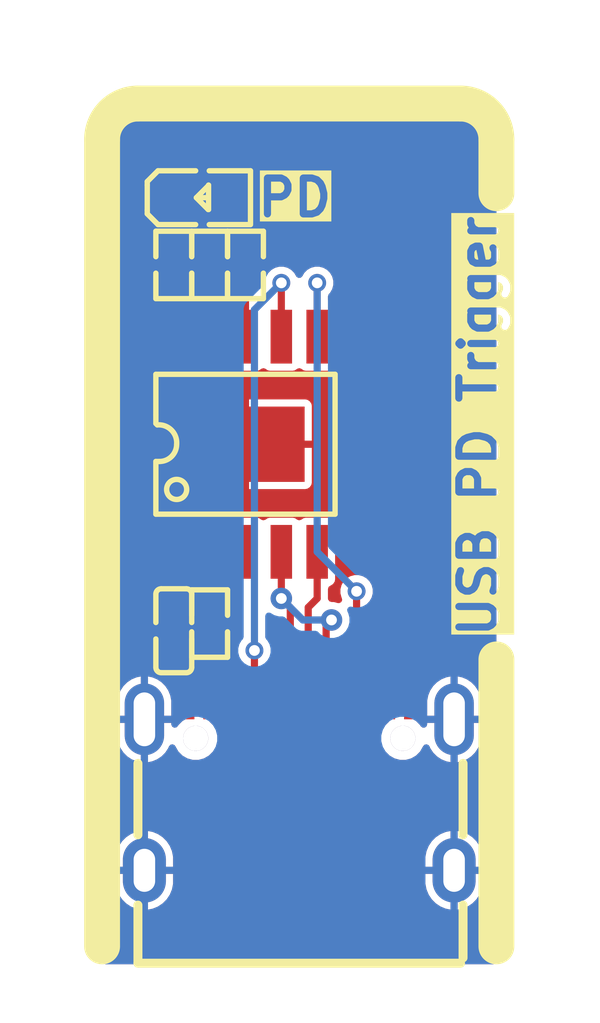
<source format=kicad_pcb>
(kicad_pcb (version 20241229) (generator "pcbnew") (generator_version "9.0")
  (layers (0 "F.Cu" signal) (2 "B.Cu" signal) (13 "F.Paste" user) (15 "B.Paste" user) (5 "F.SilkS" user "F.Silkscreen") (7 "B.SilkS" user "B.Silkscreen") (1 "F.Mask" user) (3 "B.Mask" user) (25 "Edge.Cuts" user))
  (net 0 "")
  (net 1 "DN2")
  (net 2 "SBU1")
  (net 3 "SBU2")
  (net 4 "pd_trigger.controller-line")
  (net 5 "DP2")
  (net 6 "pd_trigger.controller-line-1")
  (net 7 "line-1")
  (net 8 "line")
  (net 9 "pd_trigger-line")
  (net 10 "hv")
  (net 11 "pd_trigger-line-1")
  (net 12 "anode")
  (net 13 "pd_trigger-gnd")
  (net 14 "cathode")
  (net 15 "gnd")
  (footprint "atopile:R0402-56259e" (layer "F.Cu") (at -3.5 -14.5 -90)
    (property "Reference" "R1" (hide yes))
    (property "Value" "10kΩ ±1% 62.5mW")
    (fp_line (start -0.94 0.5) (end -0.94 -0.5) (stroke (width 0.15)) (layer "F.SilkS"))
    (fp_line (start -0.23 0.5) (end -0.94 0.5) (stroke (width 0.15)) (layer "F.SilkS"))
    (fp_line (start 0.23 0.5) (end 0.94 0.5) (stroke (width 0.15)) (layer "F.SilkS"))
    (fp_line (start 0.94 0.5) (end 0.94 -0.5) (stroke (width 0.15)) (layer "F.SilkS"))
    (fp_line (start -0.94 -0.5) (end -0.23 -0.5) (stroke (width 0.15)) (layer "F.SilkS"))
    (fp_line (start 0.94 -0.5) (end 0.23 -0.5) (stroke (width 0.15)) (layer "F.SilkS"))
    (pad "1" smd rect (at -0.43 0 270) (size 0.57 0.54) (layers "F.Cu" "F.Mask" "F.Paste") (net 14 "cathode"))
    (pad "2" smd rect (at 0.43 0 270) (size 0.57 0.54) (layers "F.Cu" "F.Mask" "F.Paste") (net 13 "pd_trigger-gnd"))
  )
  (footprint "atopile:R0402-56259e" (layer "F.Cu") (at -2.5 -14.5 90)
    (property "Reference" "R4" (hide yes))
    (property "Value" "10kΩ ±1% 62.5mW")
    (fp_line (start 0.94 -0.5) (end 0.23 -0.5) (stroke (width 0.15)) (layer "F.SilkS"))
    (fp_line (start -0.94 -0.5) (end -0.23 -0.5) (stroke (width 0.15)) (layer "F.SilkS"))
    (fp_line (start 0.94 0.5) (end 0.94 -0.5) (stroke (width 0.15)) (layer "F.SilkS"))
    (fp_line (start 0.23 0.5) (end 0.94 0.5) (stroke (width 0.15)) (layer "F.SilkS"))
    (fp_line (start -0.23 0.5) (end -0.94 0.5) (stroke (width 0.15)) (layer "F.SilkS"))
    (fp_line (start -0.94 0.5) (end -0.94 -0.5) (stroke (width 0.15)) (layer "F.SilkS"))
    (pad "1" smd rect (at -0.43 0 90) (size 0.57 0.54) (layers "F.Cu" "F.Mask" "F.Paste") (net 11 "pd_trigger-line-1"))
    (pad "2" smd rect (at 0.43 0 90) (size 0.57 0.54) (layers "F.Cu" "F.Mask" "F.Paste") (net 15 "gnd"))
  )
  (footprint "atopile:R0402-56259e" (layer "F.Cu") (at -2.5 -4.5 90)
    (property "Reference" "R3" (hide yes))
    (property "Value" "1kΩ ±1% 62.5mW")
    (fp_line (start 0.94 -0.5) (end 0.23 -0.5) (stroke (width 0.15)) (layer "F.SilkS"))
    (fp_line (start -0.94 -0.5) (end -0.23 -0.5) (stroke (width 0.15)) (layer "F.SilkS"))
    (fp_line (start 0.94 0.5) (end 0.94 -0.5) (stroke (width 0.15)) (layer "F.SilkS"))
    (fp_line (start 0.23 0.5) (end 0.94 0.5) (stroke (width 0.15)) (layer "F.SilkS"))
    (fp_line (start -0.23 0.5) (end -0.94 0.5) (stroke (width 0.15)) (layer "F.SilkS"))
    (fp_line (start -0.94 0.5) (end -0.94 -0.5) (stroke (width 0.15)) (layer "F.SilkS"))
    (pad "1" smd rect (at -0.43 0 90) (size 0.57 0.54) (layers "F.Cu" "F.Mask" "F.Paste") (net 12 "anode"))
    (pad "2" smd rect (at 0.43 0 90) (size 0.57 0.54) (layers "F.Cu" "F.Mask" "F.Paste") (net 10 "hv"))
  )
  (footprint "lib:LED0603-RD" (layer "F.Cu") (at -2.75 -16.375 0)
    (property "Reference" "U2" (hide yes))
    (property "Value" "")
    (fp_line (start -1.49 -0.45) (end -1.19 -0.75) (stroke (width 0.15)) (layer "F.SilkS"))
    (fp_line (start -1.49 -0.35) (end -1.49 -0.45) (stroke (width 0.15)) (layer "F.SilkS"))
    (fp_line (start -1.49 -0.35) (end -1.49 0.35) (stroke (width 0.15)) (layer "F.SilkS"))
    (fp_line (start -1.49 0.35) (end -1.49 0.45) (stroke (width 0.15)) (layer "F.SilkS"))
    (fp_line (start -1.49 0.45) (end -1.19 0.75) (stroke (width 0.15)) (layer "F.SilkS"))
    (fp_line (start -0.14 -0.75) (end -1.19 -0.75) (stroke (width 0.15)) (layer "F.SilkS"))
    (fp_line (start -0.14 0.75) (end -1.19 0.75) (stroke (width 0.15)) (layer "F.SilkS"))
    (fp_line (start 0.21 0.33) (end -0.12 0) (stroke (width 0.15)) (layer "F.SilkS"))
    (fp_line (start 0.22 -0.35) (end 0.22 -0.34) (stroke (width 0.15)) (layer "F.SilkS"))
    (fp_line (start 0.22 -0.35) (end 0.22 0.33) (stroke (width 0.15)) (layer "F.SilkS"))
    (fp_line (start 0.22 -0.34) (end -0.12 0) (stroke (width 0.15)) (layer "F.SilkS"))
    (fp_line (start 0.22 0) (end -0.12 0) (stroke (width 0.15)) (layer "F.SilkS"))
    (fp_line (start 0.22 0.33) (end 0.21 0.33) (stroke (width 0.15)) (layer "F.SilkS"))
    (fp_line (start 0.24 -0.75) (end 1.39 -0.75) (stroke (width 0.15)) (layer "F.SilkS"))
    (fp_line (start 0.24 0.75) (end 1.39 0.75) (stroke (width 0.15)) (layer "F.SilkS"))
    (fp_line (start 1.39 -0.75) (end 1.39 0.73) (stroke (width 0.15)) (layer "F.SilkS"))
    (pad "1" smd rect (at -0.8 0 90) (size 0.8 0.8) (layers "F.Cu" "F.Mask" "F.Paste") (net 14 "cathode"))
    (pad "2" smd rect (at 0.8 0 90) (size 0.8 0.8) (layers "F.Cu" "F.Mask" "F.Paste") (net 12 "anode"))
  )
  (footprint "atopile:C0402-b3ef17" (layer "F.Cu") (at -3.5 -4.3 -90)
    (property "Reference" "C1" (hide yes))
    (property "Value" "1µF ±10% 25V X5R")
    (fp_line (start -0.23 0.5) (end -1.02 0.5) (stroke (width 0.15)) (layer "F.SilkS"))
    (fp_line (start 0.23 0.5) (end 1.02 0.5) (stroke (width 0.15)) (layer "F.SilkS"))
    (fp_line (start -1.17 0.35) (end -1.17 -0.35) (stroke (width 0.15)) (layer "F.SilkS"))
    (fp_line (start 1.17 0.35) (end 1.17 -0.35) (stroke (width 0.15)) (layer "F.SilkS"))
    (fp_line (start -1.02 -0.5) (end -0.23 -0.5) (stroke (width 0.15)) (layer "F.SilkS"))
    (fp_line (start 1.02 -0.5) (end 0.23 -0.5) (stroke (width 0.15)) (layer "F.SilkS"))
    (fp_arc (start -1.02 0.5) (mid -1.126066 0.456066) (end -1.17 0.35) (stroke (width 0.15)) (layer "F.SilkS"))
    (fp_arc (start 1.17 0.35) (mid 1.126066 0.456066) (end 1.02 0.5) (stroke (width 0.15)) (layer "F.SilkS"))
    (fp_arc (start -1.17 -0.35) (mid -1.126066 -0.456066) (end -1.02 -0.5) (stroke (width 0.15)) (layer "F.SilkS"))
    (fp_arc (start 1.02 -0.5) (mid 1.126066 -0.456066) (end 1.17 -0.35) (stroke (width 0.15)) (layer "F.SilkS"))
    (pad "1" smd rect (at -0.55 0 270) (size 0.79 0.54) (layers "F.Cu" "F.Mask" "F.Paste") (net 10 "hv"))
    (pad "2" smd rect (at 0.55 0 270) (size 0.79 0.54) (layers "F.Cu" "F.Mask" "F.Paste") (net 15 "gnd"))
  )
  (footprint "atopile:USB-C-SMD_TYPE-C-6PIN-2MD-073-1d78f0" (layer "F.Cu") (at 0 0 0)
    (property "Reference" "USB1" (hide yes))
    (property "Value" "")
    (fp_line (start -4.5 1.39) (end -4.5 -0.6) (stroke (width 0.25)) (layer "F.SilkS"))
    (fp_line (start -4.5 4.97) (end -4.5 3.35) (stroke (width 0.25)) (layer "F.SilkS"))
    (fp_line (start 4.5 4.97) (end -4.5 4.97) (stroke (width 0.25)) (layer "F.SilkS"))
    (fp_line (start 4.57 1.39) (end 4.57 -0.6) (stroke (width 0.25)) (layer "F.SilkS"))
    (fp_line (start 4.57 4.82) (end 4.57 3.35) (stroke (width 0.25)) (layer "F.SilkS"))
    (pad "" thru_hole circle (at -2.89 -1.3 0) (size 0.7 0.7) (drill 0.7) (layers "*.Cu" "*.Mask"))
    (pad "" thru_hole circle (at 2.89 -1.3 0) (size 0.7 0.7) (drill 0.7) (layers "*.Cu" "*.Mask"))
    (pad "1" smd rect (at -3.2 -2.38 0) (size 0.55 1.1) (layers "F.Cu" "F.Mask" "F.Paste") (net 15 "gnd"))
    (pad "2" smd rect (at -2.4 -2.38 0) (size 0.55 1.1) (layers "F.Cu" "F.Mask" "F.Paste") (net 12 "anode"))
    (pad "3" smd rect (at -1.75 -2.38 0) (size 0.3 1.1) (layers "F.Cu" "F.Mask" "F.Paste") (net 3 "SBU2"))
    (pad "4" smd rect (at -1.25 -2.38 0) (size 0.3 1.1) (layers "F.Cu" "F.Mask" "F.Paste") (net 7 "line-1"))
    (pad "5" smd rect (at -0.75 -2.38 0) (size 0.3 1.1) (layers "F.Cu" "F.Mask" "F.Paste") (net 1 "DN2"))
    (pad "6" smd rect (at -0.25 -2.38 0) (size 0.3 1.1) (layers "F.Cu" "F.Mask" "F.Paste") (net 5 "DP2"))
    (pad "7" smd rect (at 0.25 -2.38 0) (size 0.3 1.1) (layers "F.Cu" "F.Mask" "F.Paste") (net 1 "DN2"))
    (pad "8" smd rect (at 0.75 -2.38 0) (size 0.3 1.1) (layers "F.Cu" "F.Mask" "F.Paste") (net 5 "DP2"))
    (pad "9" smd rect (at 1.25 -2.38 0) (size 0.3 1.1) (layers "F.Cu" "F.Mask" "F.Paste") (net 2 "SBU1"))
    (pad "10" smd rect (at 1.75 -2.38 0) (size 0.3 1.1) (layers "F.Cu" "F.Mask" "F.Paste") (net 8 "line"))
    (pad "11" smd rect (at 2.4 -2.38 0) (size 0.55 1.1) (layers "F.Cu" "F.Mask" "F.Paste") (net 12 "anode"))
    (pad "12" smd rect (at 3.2 -2.38 0) (size 0.55 1.1) (layers "F.Cu" "F.Mask" "F.Paste") (net 15 "gnd"))
    (pad "13" thru_hole oval (at -4.32 -1.83 0) (size 1.1 2) (drill oval 0.599999 1.499997) (layers "*.Cu" "*.Mask") (net 15 "gnd"))
    (pad "13" thru_hole oval (at -4.32 2.38 0) (size 1.2 1.8) (drill oval 0.599999 1.199998) (layers "*.Cu" "*.Mask") (net 15 "gnd"))
    (pad "14" thru_hole oval (at 4.32 -1.83 0) (size 1.1 2) (drill oval 0.599999 1.500022) (layers "*.Cu" "*.Mask") (net 15 "gnd"))
    (pad "14" thru_hole oval (at 4.32 2.38 0) (size 1.2 1.8) (drill oval 0.599999 1.199998) (layers "*.Cu" "*.Mask") (net 15 "gnd"))
  )
  (footprint "atopile:ESSOP-10_L4.9-W3.9-P1.0-LS6.0-TL-EP-20a8ca" (layer "F.Cu") (at -1.5 -9.5 0)
    (property "Reference" "U1" (hide yes))
    (property "Value" "")
    (fp_line (start -2.5 -1.95) (end 2.5 -1.95) (stroke (width 0.15)) (layer "F.SilkS"))
    (fp_line (start -2.5 -0.82) (end -2.5 -1.95) (stroke (width 0.15)) (layer "F.SilkS"))
    (fp_line (start -2.5 -0.58) (end -2.5 -0.82) (stroke (width 0.15)) (layer "F.SilkS"))
    (fp_line (start -2.5 0.48) (end -2.4 0.48) (stroke (width 0.15)) (layer "F.SilkS"))
    (fp_line (start -2.5 1.95) (end -2.5 0.48) (stroke (width 0.15)) (layer "F.SilkS"))
    (fp_line (start -2.5 1.95) (end 2.5 1.95) (stroke (width 0.15)) (layer "F.SilkS"))
    (fp_line (start -2.46 -0.54) (end -2.5 -0.58) (stroke (width 0.15)) (layer "F.SilkS"))
    (fp_line (start 2.5 1.95) (end 2.5 -1.95) (stroke (width 0.15)) (layer "F.SilkS"))
    (fp_arc (start -2.46 -0.54) (mid -2.063982 -0.393343) (end -1.920316 0.00377) (stroke (width 0.15)) (layer "F.SilkS"))
    (fp_arc (start -1.92 0) (mid -2.060589 0.339411) (end -2.4 0.48) (stroke (width 0.15)) (layer "F.SilkS"))
    (fp_circle (center -1.92 1.26) (end -1.64 1.26) (stroke (width 0.15)) (fill no) (layer "F.SilkS"))
    (pad "1" smd rect (at -2 3 90) (size 1.5 0.6) (layers "F.Cu" "F.Mask" "F.Paste") (net 10 "hv"))
    (pad "2" smd rect (at -1 3 90) (size 1.5 0.6) (layers "F.Cu" "F.Mask" "F.Paste") (net 6 "pd_trigger.controller-line-1"))
    (pad "3" smd rect (at 0 3 90) (size 1.5 0.6) (layers "F.Cu" "F.Mask" "F.Paste") (net 4 "pd_trigger.controller-line"))
    (pad "4" smd rect (at 1 3 90) (size 1.5 0.6) (layers "F.Cu" "F.Mask" "F.Paste") (net 5 "DP2"))
    (pad "5" smd rect (at 2 3 90) (size 1.5 0.6) (layers "F.Cu" "F.Mask" "F.Paste") (net 1 "DN2"))
    (pad "6" smd rect (at 2 -3 90) (size 1.5 0.6) (layers "F.Cu" "F.Mask" "F.Paste") (net 8 "line"))
    (pad "7" smd rect (at 1 -3 90) (size 1.5 0.6) (layers "F.Cu" "F.Mask" "F.Paste") (net 7 "line-1"))
    (pad "8" smd rect (at 0 -3 90) (size 1.5 0.6) (layers "F.Cu" "F.Mask" "F.Paste") (net 9 "pd_trigger-line"))
    (pad "9" smd rect (at -1 -3 90) (size 1.5 0.6) (layers "F.Cu" "F.Mask" "F.Paste") (net 11 "pd_trigger-line-1"))
    (pad "10" smd rect (at -2 -3 90) (size 1.5 0.6) (layers "F.Cu" "F.Mask" "F.Paste") (net 13 "pd_trigger-gnd"))
    (pad "11" smd rect (at 0 0 180) (size 3.3 2.1) (layers "F.Cu" "F.Mask" "F.Paste") (net 15 "gnd"))
  )
  (footprint "atopile:R0402-56259e" (layer "F.Cu") (at -1.5 -14.5 -90)
    (property "Reference" "R2" (hide yes))
    (property "Value" "10kΩ ±1% 62.5mW")
    (fp_line (start -0.94 0.5) (end -0.94 -0.5) (stroke (width 0.15)) (layer "F.SilkS"))
    (fp_line (start -0.23 0.5) (end -0.94 0.5) (stroke (width 0.15)) (layer "F.SilkS"))
    (fp_line (start 0.23 0.5) (end 0.94 0.5) (stroke (width 0.15)) (layer "F.SilkS"))
    (fp_line (start 0.94 0.5) (end 0.94 -0.5) (stroke (width 0.15)) (layer "F.SilkS"))
    (fp_line (start -0.94 -0.5) (end -0.23 -0.5) (stroke (width 0.15)) (layer "F.SilkS"))
    (fp_line (start 0.94 -0.5) (end 0.23 -0.5) (stroke (width 0.15)) (layer "F.SilkS"))
    (pad "1" smd rect (at -0.43 0 270) (size 0.57 0.54) (layers "F.Cu" "F.Mask" "F.Paste") (net 12 "anode"))
    (pad "2" smd rect (at 0.43 0 270) (size 0.57 0.54) (layers "F.Cu" "F.Mask" "F.Paste") (net 9 "pd_trigger-line"))
  )
  (via (at -0.5 -5.2) (size 0.6) (drill 0.3) (layers "F.Cu" "B.Cu") (net 5))
  (via (at 0.9 -4.6) (size 0.6) (drill 0.3) (layers "F.Cu" "B.Cu") (net 5))
  (via (at -1.25 -3.75) (size 0.5) (drill 0.3) (layers "F.Cu" "B.Cu") (net 7))
  (via (at -0.5 -14) (size 0.5) (drill 0.3) (layers "F.Cu" "B.Cu") (net 7))
  (via (at 0.5 -14) (size 0.5) (drill 0.3) (layers "F.Cu" "B.Cu") (net 8))
  (via (at 1.6 -5.4) (size 0.5) (drill 0.3) (layers "F.Cu" "B.Cu") (net 8))
  (zone (net 15) (net_name "gnd") (layers "F.Cu" "B.Cu") (connect_pads (clearance 0.2)) (min_thickness 0.2) (fill yes (thermal_gap 0.2) (thermal_bridge_width 0.2))
    (polygon (pts (xy -5.5 5) (xy 5.5 5) (xy 5.5 -19) (xy -5.5 -19)))
  )
  (segment (start 0 -1.5) (end 0.25 -1.75) (width 0.2) (net 1) (layer "F.Cu"))
  (segment (start 0.5 -5.2) (end 0.5 -6.5) (width 0.2) (net 1) (layer "F.Cu"))
  (segment (start -0.75 -1.75) (end -0.5 -1.5) (width 0.2) (net 1) (layer "F.Cu"))
  (segment (start 0.25 -1.75) (end 0.25 -2.38) (width 0.2) (net 1) (layer "F.Cu"))
  (segment (start -0.75 -2.38) (end -0.75 -1.75) (width 0.2) (net 1) (layer "F.Cu"))
  (segment (start -0.5 -1.5) (end 0 -1.5) (width 0.2) (net 1) (layer "F.Cu"))
  (segment (start 0.25 -4.95) (end 0.5 -5.2) (width 0.2) (net 1) (layer "F.Cu"))
  (segment (start 0.25 -2.38) (end 0.25 -4.95) (width 0.2) (net 1) (layer "F.Cu"))
  (segment (start -0.5 -5.2) (end -0.5 -6.5) (width 0.2) (net 5) (layer "F.Cu"))
  (segment (start -0.25 -2.38) (end -0.25 -4.95) (width 0.2) (net 5) (layer "F.Cu"))
  (segment (start 0.75 -4.45) (end 0.9 -4.6) (width 0.2) (net 5) (layer "F.Cu"))
  (segment (start 0.75 -2.38) (end 0.75 -4.45) (width 0.2) (net 5) (layer "F.Cu"))
  (segment (start -0.25 -4.95) (end -0.5 -5.2) (width 0.2) (net 5) (layer "F.Cu"))
  (segment (start 0.9 -4.6) (end 0.1 -4.6) (width 0.2) (net 5) (layer "B.Cu"))
  (segment (start 0.1 -4.6) (end -0.5 -5.2) (width 0.2) (net 5) (layer "B.Cu"))
  (segment (start -0.5 -14) (end -0.5 -12.5) (width 0.2) (net 7) (layer "F.Cu"))
  (segment (start -1.25 -2.38) (end -1.25 -3.75) (width 0.2) (net 7) (layer "F.Cu"))
  (segment (start -1.25 -13.25) (end -0.5 -14) (width 0.2) (net 7) (layer "B.Cu"))
  (segment (start -1.25 -3.75) (end -1.25 -13.25) (width 0.2) (net 7) (layer "B.Cu"))
  (segment (start 1.75 -3.13) (end 1.6 -3.28) (width 0.2) (net 8) (layer "F.Cu"))
  (segment (start 0.5 -12.5) (end 0.5 -14) (width 0.2) (net 8) (layer "F.Cu"))
  (segment (start 1.75 -2.38) (end 1.75 -3.13) (width 0.2) (net 8) (layer "F.Cu"))
  (segment (start 1.6 -3.28) (end 1.6 -5.4) (width 0.2) (net 8) (layer "F.Cu"))
  (segment (start 1.6 -5.4) (end 0.5 -6.5) (width 0.2) (net 8) (layer "B.Cu"))
  (segment (start 0.5 -14) (end 0.5 -6.5) (width 0.2) (net 8) (layer "B.Cu"))
  (segment (start -1.5 -14.07) (end -1.5 -12.5) (width 0.2) (net 9) (layer "F.Cu"))
  (segment (start -3.42 -4.93) (end -3.5 -4.85) (width 0.2) (net 10) (layer "F.Cu"))
  (segment (start -3.5 -6.5) (end -3.5 -4.85) (width 0.2) (net 10) (layer "F.Cu"))
  (segment (start -2.5 -4.93) (end -3.42 -4.93) (width 0.2) (net 10) (layer "F.Cu"))
  (segment (start -2.5 -14.07) (end -2.5 -12.5) (width 0.2) (net 11) (layer "F.Cu"))
  (segment (start 3.4 -4.4) (end 3.4 -15.625) (width 0.8) (net 12) (layer "F.Cu"))
  (segment (start -1.95 -16.375) (end -1.5 -15.925) (width 0.2) (net 12) (layer "F.Cu"))
  (segment (start -1.5 -15.625) (end 3.4 -15.625) (width 0.2) (net 12) (layer "F.Cu"))
  (segment (start -1.68164 -1.11836) (end -2.4 -1.836719) (width 0.25) (net 12) (layer "F.Cu"))
  (segment (start 2.4 -2.38) (end 2.4 -1.836719) (width 0.25) (net 12) (layer "F.Cu"))
  (segment (start -0.86328 -0.3) (end 0.86328 -0.3) (width 0.8) (net 12) (layer "F.Cu"))
  (segment (start 2.4 -2.38) (end 2.4 -3.4) (width 0.25) (net 12) (layer "F.Cu"))
  (segment (start 2.4 -1.836719) (end 1.68164 -1.11836) (width 0.25) (net 12) (layer "F.Cu"))
  (segment (start -2.4 -1.836719) (end -2.4 -2.38) (width 0.25) (net 12) (layer "F.Cu"))
  (segment (start 3.4 -15.625) (end 3.4 -16.2) (width 0.8) (net 12) (layer "F.Cu"))
  (segment (start 1.363281 -0.800001) (end 0.86328 -0.3) (width 0.8) (net 12) (layer "F.Cu"))
  (segment (start 2.4 -3.4) (end 3.4 -4.4) (width 0.8) (net 12) (layer "F.Cu"))
  (segment (start -2.5 -4.07) (end -2.5 -2.48) (width 0.2) (net 12) (layer "F.Cu"))
  (segment (start -1.5 -15.925) (end -1.5 -15.625) (width 0.2) (net 12) (layer "F.Cu"))
  (segment (start 3.4 -16.2) (end 3.4 -18) (width 0.8) (net 12) (layer "F.Cu"))
  (segment (start -1.68164 -1.11836) (end -0.86328 -0.3) (width 0.8) (net 12) (layer "F.Cu"))
  (segment (start -1.5 -15.625) (end -1.5 -14.93) (width 0.2) (net 12) (layer "F.Cu"))
  (segment (start -2.5 -2.48) (end -2.4 -2.38) (width 0.2) (net 12) (layer "F.Cu"))
  (segment (start 1.363281 -0.800001) (end 1.68164 -1.11836) (width 0.8) (net 12) (layer "F.Cu"))
  (segment (start -3.5 -14.07) (end -3.5 -12.5) (width 0.2) (net 13) (layer "F.Cu"))
  (segment (start -3.5 -16.325) (end -3.55 -16.375) (width 0.2) (net 14) (layer "F.Cu"))
  (segment (start -3.5 -14.93) (end -3.5 -16.325) (width 0.2) (net 14) (layer "F.Cu"))
  (gr_line (start -5.5 4.5) (end -5.5 -18) (stroke (width 1)) (layer "F.SilkS"))
  (gr_line (start 5.5 -16.5) (end 5.5 -18) (stroke (width 1)) (layer "F.SilkS"))
  (gr_line (start 4.5 -19) (end -4.5 -19) (stroke (width 1)) (layer "F.SilkS"))
  (gr_line (start 5.5 4.5) (end 5.5 -3.5) (stroke (width 1)) (layer "F.SilkS"))
  (gr_arc (start 4.5 -19) (mid 5.207107 -18.707107) (end 5.5 -18) (stroke (width 1)) (layer "F.SilkS"))
  (gr_arc (start -5.5 -18) (mid -5.207107 -18.707107) (end -4.5 -19) (stroke (width 1)) (layer "F.SilkS"))
  (gr_text "PD" (at -0.125 -16.375 0) (layer "F.SilkS" knockout) (effects (font (size 1 1) (thickness 0.2))))
  (gr_text "USB PD Trigger" (at 5 -10 90) (layer "F.SilkS" knockout) (effects (font (size 1 1) (thickness 0.2))))
)
</source>
